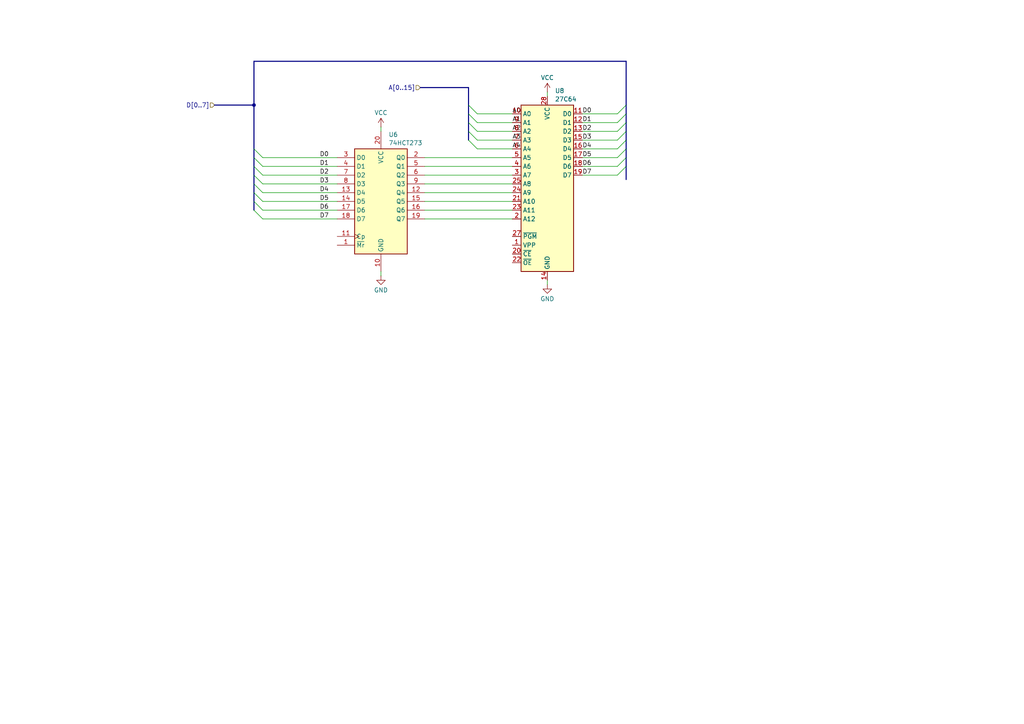
<source format=kicad_sch>
(kicad_sch
	(version 20231120)
	(generator "eeschema")
	(generator_version "8.0")
	(uuid "55a327ac-bdb0-4462-9316-9d92709fbd39")
	(paper "A4")
	(lib_symbols
		(symbol "74xx:74HCT273"
			(exclude_from_sim no)
			(in_bom yes)
			(on_board yes)
			(property "Reference" "U"
				(at -7.62 16.51 0)
				(effects
					(font
						(size 1.27 1.27)
					)
				)
			)
			(property "Value" "74HCT273"
				(at -7.62 -16.51 0)
				(effects
					(font
						(size 1.27 1.27)
					)
				)
			)
			(property "Footprint" ""
				(at 0 0 0)
				(effects
					(font
						(size 1.27 1.27)
					)
					(hide yes)
				)
			)
			(property "Datasheet" "https://assets.nexperia.com/documents/data-sheet/74HC_HCT273.pdf"
				(at 0 0 0)
				(effects
					(font
						(size 1.27 1.27)
					)
					(hide yes)
				)
			)
			(property "Description" "8-bit D Flip-Flop, reset"
				(at 0 0 0)
				(effects
					(font
						(size 1.27 1.27)
					)
					(hide yes)
				)
			)
			(property "ki_keywords" "HCTMOS DFF DFF8"
				(at 0 0 0)
				(effects
					(font
						(size 1.27 1.27)
					)
					(hide yes)
				)
			)
			(property "ki_fp_filters" "DIP?20* SO?20* SOIC?20*"
				(at 0 0 0)
				(effects
					(font
						(size 1.27 1.27)
					)
					(hide yes)
				)
			)
			(symbol "74HCT273_1_0"
				(pin input line
					(at -12.7 -12.7 0)
					(length 5.08)
					(name "~{Mr}"
						(effects
							(font
								(size 1.27 1.27)
							)
						)
					)
					(number "1"
						(effects
							(font
								(size 1.27 1.27)
							)
						)
					)
				)
				(pin power_in line
					(at 0 -20.32 90)
					(length 5.08)
					(name "GND"
						(effects
							(font
								(size 1.27 1.27)
							)
						)
					)
					(number "10"
						(effects
							(font
								(size 1.27 1.27)
							)
						)
					)
				)
				(pin input clock
					(at -12.7 -10.16 0)
					(length 5.08)
					(name "Cp"
						(effects
							(font
								(size 1.27 1.27)
							)
						)
					)
					(number "11"
						(effects
							(font
								(size 1.27 1.27)
							)
						)
					)
				)
				(pin output line
					(at 12.7 2.54 180)
					(length 5.08)
					(name "Q4"
						(effects
							(font
								(size 1.27 1.27)
							)
						)
					)
					(number "12"
						(effects
							(font
								(size 1.27 1.27)
							)
						)
					)
				)
				(pin input line
					(at -12.7 2.54 0)
					(length 5.08)
					(name "D4"
						(effects
							(font
								(size 1.27 1.27)
							)
						)
					)
					(number "13"
						(effects
							(font
								(size 1.27 1.27)
							)
						)
					)
				)
				(pin input line
					(at -12.7 0 0)
					(length 5.08)
					(name "D5"
						(effects
							(font
								(size 1.27 1.27)
							)
						)
					)
					(number "14"
						(effects
							(font
								(size 1.27 1.27)
							)
						)
					)
				)
				(pin output line
					(at 12.7 0 180)
					(length 5.08)
					(name "Q5"
						(effects
							(font
								(size 1.27 1.27)
							)
						)
					)
					(number "15"
						(effects
							(font
								(size 1.27 1.27)
							)
						)
					)
				)
				(pin output line
					(at 12.7 -2.54 180)
					(length 5.08)
					(name "Q6"
						(effects
							(font
								(size 1.27 1.27)
							)
						)
					)
					(number "16"
						(effects
							(font
								(size 1.27 1.27)
							)
						)
					)
				)
				(pin input line
					(at -12.7 -2.54 0)
					(length 5.08)
					(name "D6"
						(effects
							(font
								(size 1.27 1.27)
							)
						)
					)
					(number "17"
						(effects
							(font
								(size 1.27 1.27)
							)
						)
					)
				)
				(pin input line
					(at -12.7 -5.08 0)
					(length 5.08)
					(name "D7"
						(effects
							(font
								(size 1.27 1.27)
							)
						)
					)
					(number "18"
						(effects
							(font
								(size 1.27 1.27)
							)
						)
					)
				)
				(pin output line
					(at 12.7 -5.08 180)
					(length 5.08)
					(name "Q7"
						(effects
							(font
								(size 1.27 1.27)
							)
						)
					)
					(number "19"
						(effects
							(font
								(size 1.27 1.27)
							)
						)
					)
				)
				(pin output line
					(at 12.7 12.7 180)
					(length 5.08)
					(name "Q0"
						(effects
							(font
								(size 1.27 1.27)
							)
						)
					)
					(number "2"
						(effects
							(font
								(size 1.27 1.27)
							)
						)
					)
				)
				(pin power_in line
					(at 0 20.32 270)
					(length 5.08)
					(name "VCC"
						(effects
							(font
								(size 1.27 1.27)
							)
						)
					)
					(number "20"
						(effects
							(font
								(size 1.27 1.27)
							)
						)
					)
				)
				(pin input line
					(at -12.7 12.7 0)
					(length 5.08)
					(name "D0"
						(effects
							(font
								(size 1.27 1.27)
							)
						)
					)
					(number "3"
						(effects
							(font
								(size 1.27 1.27)
							)
						)
					)
				)
				(pin input line
					(at -12.7 10.16 0)
					(length 5.08)
					(name "D1"
						(effects
							(font
								(size 1.27 1.27)
							)
						)
					)
					(number "4"
						(effects
							(font
								(size 1.27 1.27)
							)
						)
					)
				)
				(pin output line
					(at 12.7 10.16 180)
					(length 5.08)
					(name "Q1"
						(effects
							(font
								(size 1.27 1.27)
							)
						)
					)
					(number "5"
						(effects
							(font
								(size 1.27 1.27)
							)
						)
					)
				)
				(pin output line
					(at 12.7 7.62 180)
					(length 5.08)
					(name "Q2"
						(effects
							(font
								(size 1.27 1.27)
							)
						)
					)
					(number "6"
						(effects
							(font
								(size 1.27 1.27)
							)
						)
					)
				)
				(pin input line
					(at -12.7 7.62 0)
					(length 5.08)
					(name "D2"
						(effects
							(font
								(size 1.27 1.27)
							)
						)
					)
					(number "7"
						(effects
							(font
								(size 1.27 1.27)
							)
						)
					)
				)
				(pin input line
					(at -12.7 5.08 0)
					(length 5.08)
					(name "D3"
						(effects
							(font
								(size 1.27 1.27)
							)
						)
					)
					(number "8"
						(effects
							(font
								(size 1.27 1.27)
							)
						)
					)
				)
				(pin output line
					(at 12.7 5.08 180)
					(length 5.08)
					(name "Q3"
						(effects
							(font
								(size 1.27 1.27)
							)
						)
					)
					(number "9"
						(effects
							(font
								(size 1.27 1.27)
							)
						)
					)
				)
			)
			(symbol "74HCT273_1_1"
				(rectangle
					(start -7.62 15.24)
					(end 7.62 -15.24)
					(stroke
						(width 0.254)
						(type default)
					)
					(fill
						(type background)
					)
				)
			)
		)
		(symbol "Memory_EPROM:27C64"
			(exclude_from_sim no)
			(in_bom yes)
			(on_board yes)
			(property "Reference" "U"
				(at -7.62 24.13 0)
				(effects
					(font
						(size 1.27 1.27)
					)
				)
			)
			(property "Value" "27C64"
				(at 2.54 -26.67 0)
				(effects
					(font
						(size 1.27 1.27)
					)
					(justify left)
				)
			)
			(property "Footprint" "Package_DIP:DIP-28_W15.24mm"
				(at 0 0 0)
				(effects
					(font
						(size 1.27 1.27)
					)
					(hide yes)
				)
			)
			(property "Datasheet" "http://ww1.microchip.com/downloads/en/DeviceDoc/11107M.pdf"
				(at 0 0 0)
				(effects
					(font
						(size 1.27 1.27)
					)
					(hide yes)
				)
			)
			(property "Description" "OTP EPROM 64 KiBit, [Obsolete 2004-01]"
				(at 0 0 0)
				(effects
					(font
						(size 1.27 1.27)
					)
					(hide yes)
				)
			)
			(property "ki_keywords" "OTP EPROM 64KiBit"
				(at 0 0 0)
				(effects
					(font
						(size 1.27 1.27)
					)
					(hide yes)
				)
			)
			(property "ki_fp_filters" "DIP*W15.24mm*"
				(at 0 0 0)
				(effects
					(font
						(size 1.27 1.27)
					)
					(hide yes)
				)
			)
			(symbol "27C64_1_1"
				(rectangle
					(start -7.62 22.86)
					(end 7.62 -25.4)
					(stroke
						(width 0.254)
						(type default)
					)
					(fill
						(type background)
					)
				)
				(pin input line
					(at -10.16 -17.78 0)
					(length 2.54)
					(name "VPP"
						(effects
							(font
								(size 1.27 1.27)
							)
						)
					)
					(number "1"
						(effects
							(font
								(size 1.27 1.27)
							)
						)
					)
				)
				(pin input line
					(at -10.16 20.32 0)
					(length 2.54)
					(name "A0"
						(effects
							(font
								(size 1.27 1.27)
							)
						)
					)
					(number "10"
						(effects
							(font
								(size 1.27 1.27)
							)
						)
					)
				)
				(pin tri_state line
					(at 10.16 20.32 180)
					(length 2.54)
					(name "D0"
						(effects
							(font
								(size 1.27 1.27)
							)
						)
					)
					(number "11"
						(effects
							(font
								(size 1.27 1.27)
							)
						)
					)
				)
				(pin tri_state line
					(at 10.16 17.78 180)
					(length 2.54)
					(name "D1"
						(effects
							(font
								(size 1.27 1.27)
							)
						)
					)
					(number "12"
						(effects
							(font
								(size 1.27 1.27)
							)
						)
					)
				)
				(pin tri_state line
					(at 10.16 15.24 180)
					(length 2.54)
					(name "D2"
						(effects
							(font
								(size 1.27 1.27)
							)
						)
					)
					(number "13"
						(effects
							(font
								(size 1.27 1.27)
							)
						)
					)
				)
				(pin power_in line
					(at 0 -27.94 90)
					(length 2.54)
					(name "GND"
						(effects
							(font
								(size 1.27 1.27)
							)
						)
					)
					(number "14"
						(effects
							(font
								(size 1.27 1.27)
							)
						)
					)
				)
				(pin tri_state line
					(at 10.16 12.7 180)
					(length 2.54)
					(name "D3"
						(effects
							(font
								(size 1.27 1.27)
							)
						)
					)
					(number "15"
						(effects
							(font
								(size 1.27 1.27)
							)
						)
					)
				)
				(pin tri_state line
					(at 10.16 10.16 180)
					(length 2.54)
					(name "D4"
						(effects
							(font
								(size 1.27 1.27)
							)
						)
					)
					(number "16"
						(effects
							(font
								(size 1.27 1.27)
							)
						)
					)
				)
				(pin tri_state line
					(at 10.16 7.62 180)
					(length 2.54)
					(name "D5"
						(effects
							(font
								(size 1.27 1.27)
							)
						)
					)
					(number "17"
						(effects
							(font
								(size 1.27 1.27)
							)
						)
					)
				)
				(pin tri_state line
					(at 10.16 5.08 180)
					(length 2.54)
					(name "D6"
						(effects
							(font
								(size 1.27 1.27)
							)
						)
					)
					(number "18"
						(effects
							(font
								(size 1.27 1.27)
							)
						)
					)
				)
				(pin tri_state line
					(at 10.16 2.54 180)
					(length 2.54)
					(name "D7"
						(effects
							(font
								(size 1.27 1.27)
							)
						)
					)
					(number "19"
						(effects
							(font
								(size 1.27 1.27)
							)
						)
					)
				)
				(pin input line
					(at -10.16 -10.16 0)
					(length 2.54)
					(name "A12"
						(effects
							(font
								(size 1.27 1.27)
							)
						)
					)
					(number "2"
						(effects
							(font
								(size 1.27 1.27)
							)
						)
					)
				)
				(pin input line
					(at -10.16 -20.32 0)
					(length 2.54)
					(name "~{CE}"
						(effects
							(font
								(size 1.27 1.27)
							)
						)
					)
					(number "20"
						(effects
							(font
								(size 1.27 1.27)
							)
						)
					)
				)
				(pin input line
					(at -10.16 -5.08 0)
					(length 2.54)
					(name "A10"
						(effects
							(font
								(size 1.27 1.27)
							)
						)
					)
					(number "21"
						(effects
							(font
								(size 1.27 1.27)
							)
						)
					)
				)
				(pin input line
					(at -10.16 -22.86 0)
					(length 2.54)
					(name "~{OE}"
						(effects
							(font
								(size 1.27 1.27)
							)
						)
					)
					(number "22"
						(effects
							(font
								(size 1.27 1.27)
							)
						)
					)
				)
				(pin input line
					(at -10.16 -7.62 0)
					(length 2.54)
					(name "A11"
						(effects
							(font
								(size 1.27 1.27)
							)
						)
					)
					(number "23"
						(effects
							(font
								(size 1.27 1.27)
							)
						)
					)
				)
				(pin input line
					(at -10.16 -2.54 0)
					(length 2.54)
					(name "A9"
						(effects
							(font
								(size 1.27 1.27)
							)
						)
					)
					(number "24"
						(effects
							(font
								(size 1.27 1.27)
							)
						)
					)
				)
				(pin input line
					(at -10.16 0 0)
					(length 2.54)
					(name "A8"
						(effects
							(font
								(size 1.27 1.27)
							)
						)
					)
					(number "25"
						(effects
							(font
								(size 1.27 1.27)
							)
						)
					)
				)
				(pin no_connect line
					(at 7.62 0 180)
					(length 2.54) hide
					(name "NC"
						(effects
							(font
								(size 1.27 1.27)
							)
						)
					)
					(number "26"
						(effects
							(font
								(size 1.27 1.27)
							)
						)
					)
				)
				(pin input line
					(at -10.16 -15.24 0)
					(length 2.54)
					(name "~{PGM}"
						(effects
							(font
								(size 1.27 1.27)
							)
						)
					)
					(number "27"
						(effects
							(font
								(size 1.27 1.27)
							)
						)
					)
				)
				(pin power_in line
					(at 0 25.4 270)
					(length 2.54)
					(name "VCC"
						(effects
							(font
								(size 1.27 1.27)
							)
						)
					)
					(number "28"
						(effects
							(font
								(size 1.27 1.27)
							)
						)
					)
				)
				(pin input line
					(at -10.16 2.54 0)
					(length 2.54)
					(name "A7"
						(effects
							(font
								(size 1.27 1.27)
							)
						)
					)
					(number "3"
						(effects
							(font
								(size 1.27 1.27)
							)
						)
					)
				)
				(pin input line
					(at -10.16 5.08 0)
					(length 2.54)
					(name "A6"
						(effects
							(font
								(size 1.27 1.27)
							)
						)
					)
					(number "4"
						(effects
							(font
								(size 1.27 1.27)
							)
						)
					)
				)
				(pin input line
					(at -10.16 7.62 0)
					(length 2.54)
					(name "A5"
						(effects
							(font
								(size 1.27 1.27)
							)
						)
					)
					(number "5"
						(effects
							(font
								(size 1.27 1.27)
							)
						)
					)
				)
				(pin input line
					(at -10.16 10.16 0)
					(length 2.54)
					(name "A4"
						(effects
							(font
								(size 1.27 1.27)
							)
						)
					)
					(number "6"
						(effects
							(font
								(size 1.27 1.27)
							)
						)
					)
				)
				(pin input line
					(at -10.16 12.7 0)
					(length 2.54)
					(name "A3"
						(effects
							(font
								(size 1.27 1.27)
							)
						)
					)
					(number "7"
						(effects
							(font
								(size 1.27 1.27)
							)
						)
					)
				)
				(pin input line
					(at -10.16 15.24 0)
					(length 2.54)
					(name "A2"
						(effects
							(font
								(size 1.27 1.27)
							)
						)
					)
					(number "8"
						(effects
							(font
								(size 1.27 1.27)
							)
						)
					)
				)
				(pin input line
					(at -10.16 17.78 0)
					(length 2.54)
					(name "A1"
						(effects
							(font
								(size 1.27 1.27)
							)
						)
					)
					(number "9"
						(effects
							(font
								(size 1.27 1.27)
							)
						)
					)
				)
			)
		)
		(symbol "power:GND"
			(power)
			(pin_numbers hide)
			(pin_names
				(offset 0) hide)
			(exclude_from_sim no)
			(in_bom yes)
			(on_board yes)
			(property "Reference" "#PWR"
				(at 0 -6.35 0)
				(effects
					(font
						(size 1.27 1.27)
					)
					(hide yes)
				)
			)
			(property "Value" "GND"
				(at 0 -3.81 0)
				(effects
					(font
						(size 1.27 1.27)
					)
				)
			)
			(property "Footprint" ""
				(at 0 0 0)
				(effects
					(font
						(size 1.27 1.27)
					)
					(hide yes)
				)
			)
			(property "Datasheet" ""
				(at 0 0 0)
				(effects
					(font
						(size 1.27 1.27)
					)
					(hide yes)
				)
			)
			(property "Description" "Power symbol creates a global label with name \"GND\" , ground"
				(at 0 0 0)
				(effects
					(font
						(size 1.27 1.27)
					)
					(hide yes)
				)
			)
			(property "ki_keywords" "global power"
				(at 0 0 0)
				(effects
					(font
						(size 1.27 1.27)
					)
					(hide yes)
				)
			)
			(symbol "GND_0_1"
				(polyline
					(pts
						(xy 0 0) (xy 0 -1.27) (xy 1.27 -1.27) (xy 0 -2.54) (xy -1.27 -1.27) (xy 0 -1.27)
					)
					(stroke
						(width 0)
						(type default)
					)
					(fill
						(type none)
					)
				)
			)
			(symbol "GND_1_1"
				(pin power_in line
					(at 0 0 270)
					(length 0)
					(name "~"
						(effects
							(font
								(size 1.27 1.27)
							)
						)
					)
					(number "1"
						(effects
							(font
								(size 1.27 1.27)
							)
						)
					)
				)
			)
		)
		(symbol "power:VCC"
			(power)
			(pin_numbers hide)
			(pin_names
				(offset 0) hide)
			(exclude_from_sim no)
			(in_bom yes)
			(on_board yes)
			(property "Reference" "#PWR"
				(at 0 -3.81 0)
				(effects
					(font
						(size 1.27 1.27)
					)
					(hide yes)
				)
			)
			(property "Value" "VCC"
				(at 0 3.556 0)
				(effects
					(font
						(size 1.27 1.27)
					)
				)
			)
			(property "Footprint" ""
				(at 0 0 0)
				(effects
					(font
						(size 1.27 1.27)
					)
					(hide yes)
				)
			)
			(property "Datasheet" ""
				(at 0 0 0)
				(effects
					(font
						(size 1.27 1.27)
					)
					(hide yes)
				)
			)
			(property "Description" "Power symbol creates a global label with name \"VCC\""
				(at 0 0 0)
				(effects
					(font
						(size 1.27 1.27)
					)
					(hide yes)
				)
			)
			(property "ki_keywords" "global power"
				(at 0 0 0)
				(effects
					(font
						(size 1.27 1.27)
					)
					(hide yes)
				)
			)
			(symbol "VCC_0_1"
				(polyline
					(pts
						(xy -0.762 1.27) (xy 0 2.54)
					)
					(stroke
						(width 0)
						(type default)
					)
					(fill
						(type none)
					)
				)
				(polyline
					(pts
						(xy 0 0) (xy 0 2.54)
					)
					(stroke
						(width 0)
						(type default)
					)
					(fill
						(type none)
					)
				)
				(polyline
					(pts
						(xy 0 2.54) (xy 0.762 1.27)
					)
					(stroke
						(width 0)
						(type default)
					)
					(fill
						(type none)
					)
				)
			)
			(symbol "VCC_1_1"
				(pin power_in line
					(at 0 0 90)
					(length 0)
					(name "~"
						(effects
							(font
								(size 1.27 1.27)
							)
						)
					)
					(number "1"
						(effects
							(font
								(size 1.27 1.27)
							)
						)
					)
				)
			)
		)
	)
	(junction
		(at 73.66 30.48)
		(diameter 0)
		(color 0 0 0 0)
		(uuid "5dc3b9e2-be59-4425-ab11-72476b45cdbf")
	)
	(bus_entry
		(at 181.61 40.64)
		(size -2.54 2.54)
		(stroke
			(width 0)
			(type default)
		)
		(uuid "1139f042-417a-4295-ac27-32525ee99911")
	)
	(bus_entry
		(at 73.66 45.72)
		(size 2.54 2.54)
		(stroke
			(width 0)
			(type default)
		)
		(uuid "1a037c52-5f2f-43cb-ba2b-73b52bdc0068")
	)
	(bus_entry
		(at 73.66 48.26)
		(size 2.54 2.54)
		(stroke
			(width 0)
			(type default)
		)
		(uuid "3213cfe7-49cb-41bb-88d5-2f7fe840cb10")
	)
	(bus_entry
		(at 73.66 50.8)
		(size 2.54 2.54)
		(stroke
			(width 0)
			(type default)
		)
		(uuid "32553a8c-e7c7-4f89-8b6b-054424ab1d7a")
	)
	(bus_entry
		(at 135.89 40.64)
		(size 2.54 2.54)
		(stroke
			(width 0)
			(type default)
		)
		(uuid "55b2beee-bd00-4702-8d9e-5c455d4145c0")
	)
	(bus_entry
		(at 73.66 60.96)
		(size 2.54 2.54)
		(stroke
			(width 0)
			(type default)
		)
		(uuid "565b919f-aaba-4b32-a297-c4152a974123")
	)
	(bus_entry
		(at 73.66 43.18)
		(size 2.54 2.54)
		(stroke
			(width 0)
			(type default)
		)
		(uuid "5ba68943-ca90-433f-bca4-679731b7e9ee")
	)
	(bus_entry
		(at 73.66 53.34)
		(size 2.54 2.54)
		(stroke
			(width 0)
			(type default)
		)
		(uuid "7acbd756-6476-49d5-99c8-da52d3f5d609")
	)
	(bus_entry
		(at 181.61 30.48)
		(size -2.54 2.54)
		(stroke
			(width 0)
			(type default)
		)
		(uuid "824bf5c2-d00d-4629-9e63-5425b4d55d4a")
	)
	(bus_entry
		(at 181.61 43.18)
		(size -2.54 2.54)
		(stroke
			(width 0)
			(type default)
		)
		(uuid "8ef8d8f9-6fb8-4244-87ea-526a90548d30")
	)
	(bus_entry
		(at 73.66 55.88)
		(size 2.54 2.54)
		(stroke
			(width 0)
			(type default)
		)
		(uuid "904592cc-b10f-4159-a52c-6e4ab6c661d0")
	)
	(bus_entry
		(at 135.89 35.56)
		(size 2.54 2.54)
		(stroke
			(width 0)
			(type default)
		)
		(uuid "90b0f84f-6f82-45f3-b430-c9a72548f7c0")
	)
	(bus_entry
		(at 135.89 30.48)
		(size 2.54 2.54)
		(stroke
			(width 0)
			(type default)
		)
		(uuid "b5692480-5d2b-49c9-bf55-cc59870851a4")
	)
	(bus_entry
		(at 181.61 38.1)
		(size -2.54 2.54)
		(stroke
			(width 0)
			(type default)
		)
		(uuid "c623af46-c6eb-4371-a371-1c1aff9a6ff9")
	)
	(bus_entry
		(at 181.61 33.02)
		(size -2.54 2.54)
		(stroke
			(width 0)
			(type default)
		)
		(uuid "d2f60576-e33d-4788-bfd7-89010b6491c6")
	)
	(bus_entry
		(at 181.61 48.26)
		(size -2.54 2.54)
		(stroke
			(width 0)
			(type default)
		)
		(uuid "d3fabcf0-3b13-4e1c-ab42-086d103311f2")
	)
	(bus_entry
		(at 135.89 38.1)
		(size 2.54 2.54)
		(stroke
			(width 0)
			(type default)
		)
		(uuid "e2bf4131-f3b6-4ad4-9fcd-72c4ae4adaa2")
	)
	(bus_entry
		(at 73.66 58.42)
		(size 2.54 2.54)
		(stroke
			(width 0)
			(type default)
		)
		(uuid "e33db34c-f0fd-47b9-8656-b8e7d3dbb8ee")
	)
	(bus_entry
		(at 181.61 45.72)
		(size -2.54 2.54)
		(stroke
			(width 0)
			(type default)
		)
		(uuid "ee5654d2-5e0f-4bb5-bb94-74c2bad0558d")
	)
	(bus_entry
		(at 135.89 33.02)
		(size 2.54 2.54)
		(stroke
			(width 0)
			(type default)
		)
		(uuid "f3a3d334-bc6d-4bf3-825b-8434bad9d960")
	)
	(bus_entry
		(at 181.61 35.56)
		(size -2.54 2.54)
		(stroke
			(width 0)
			(type default)
		)
		(uuid "fb40b062-a420-4139-8c29-b3a4a29633d8")
	)
	(wire
		(pts
			(xy 123.19 50.8) (xy 148.59 50.8)
		)
		(stroke
			(width 0)
			(type default)
		)
		(uuid "001b235b-db7f-4769-8976-c17722413685")
	)
	(wire
		(pts
			(xy 123.19 58.42) (xy 148.59 58.42)
		)
		(stroke
			(width 0)
			(type default)
		)
		(uuid "0436568b-a316-4e33-bd05-71e19255c689")
	)
	(wire
		(pts
			(xy 76.2 58.42) (xy 97.79 58.42)
		)
		(stroke
			(width 0)
			(type default)
		)
		(uuid "047d5b93-548f-4fe8-ad04-93042a0b520d")
	)
	(bus
		(pts
			(xy 121.92 25.4) (xy 135.89 25.4)
		)
		(stroke
			(width 0)
			(type default)
		)
		(uuid "05281e19-f6d2-4348-be63-97a6b247ac77")
	)
	(wire
		(pts
			(xy 123.19 63.5) (xy 148.59 63.5)
		)
		(stroke
			(width 0)
			(type default)
		)
		(uuid "06f1be66-d667-49a9-8c9a-68b66b6ccb8a")
	)
	(bus
		(pts
			(xy 181.61 35.56) (xy 181.61 33.02)
		)
		(stroke
			(width 0)
			(type default)
		)
		(uuid "0f8a45bf-b306-43e4-8f41-d0bd5c05f99e")
	)
	(bus
		(pts
			(xy 135.89 40.64) (xy 135.89 38.1)
		)
		(stroke
			(width 0)
			(type default)
		)
		(uuid "1b119a81-af68-4e90-aa26-99da7b00e6c3")
	)
	(wire
		(pts
			(xy 158.75 26.67) (xy 158.75 27.94)
		)
		(stroke
			(width 0)
			(type default)
		)
		(uuid "1c3b7145-1070-4a3c-96b3-610033c5ed5e")
	)
	(wire
		(pts
			(xy 110.49 36.83) (xy 110.49 38.1)
		)
		(stroke
			(width 0)
			(type default)
		)
		(uuid "206211f2-76a3-4b11-94f9-f2fea001240a")
	)
	(wire
		(pts
			(xy 76.2 60.96) (xy 97.79 60.96)
		)
		(stroke
			(width 0)
			(type default)
		)
		(uuid "27ecdc30-a8c5-40ed-8139-ab465ffd6cd3")
	)
	(wire
		(pts
			(xy 123.19 55.88) (xy 148.59 55.88)
		)
		(stroke
			(width 0)
			(type default)
		)
		(uuid "2a50fcff-073b-4610-8d88-689219751f56")
	)
	(wire
		(pts
			(xy 158.75 81.28) (xy 158.75 82.55)
		)
		(stroke
			(width 0)
			(type default)
		)
		(uuid "2ffb427e-647c-400e-90b7-4346491fa57d")
	)
	(wire
		(pts
			(xy 76.2 63.5) (xy 97.79 63.5)
		)
		(stroke
			(width 0)
			(type default)
		)
		(uuid "30238e7b-1655-4da0-b3db-dbba45d6a778")
	)
	(wire
		(pts
			(xy 168.91 38.1) (xy 179.07 38.1)
		)
		(stroke
			(width 0)
			(type default)
		)
		(uuid "32ebf18e-abe7-46c7-8dd6-aee2c96ec8fb")
	)
	(wire
		(pts
			(xy 76.2 45.72) (xy 97.79 45.72)
		)
		(stroke
			(width 0)
			(type default)
		)
		(uuid "368b8461-11d4-43fe-9cf2-731cca49081a")
	)
	(bus
		(pts
			(xy 73.66 48.26) (xy 73.66 45.72)
		)
		(stroke
			(width 0)
			(type default)
		)
		(uuid "3b0a1deb-7972-4625-bbc6-c03c5f1c7823")
	)
	(bus
		(pts
			(xy 62.23 30.48) (xy 73.66 30.48)
		)
		(stroke
			(width 0)
			(type default)
		)
		(uuid "3c8f90fd-ee76-4272-8978-9f2825d29c64")
	)
	(wire
		(pts
			(xy 76.2 50.8) (xy 97.79 50.8)
		)
		(stroke
			(width 0)
			(type default)
		)
		(uuid "4cb0e955-6e5e-4df2-bcbc-9b8a33548788")
	)
	(wire
		(pts
			(xy 76.2 53.34) (xy 97.79 53.34)
		)
		(stroke
			(width 0)
			(type default)
		)
		(uuid "592c31f5-1276-4a5e-8c23-c0e90769cee7")
	)
	(wire
		(pts
			(xy 138.43 40.64) (xy 148.59 40.64)
		)
		(stroke
			(width 0)
			(type default)
		)
		(uuid "5d77dbf4-85e2-4009-aab7-ec4a2cc24aa2")
	)
	(bus
		(pts
			(xy 181.61 52.07) (xy 181.61 48.26)
		)
		(stroke
			(width 0)
			(type default)
		)
		(uuid "66452c53-fde9-4b71-9963-ad5445cb6701")
	)
	(wire
		(pts
			(xy 168.91 35.56) (xy 179.07 35.56)
		)
		(stroke
			(width 0)
			(type default)
		)
		(uuid "6b4b9bc2-d489-4cef-9975-0665656a5fd4")
	)
	(bus
		(pts
			(xy 73.66 53.34) (xy 73.66 50.8)
		)
		(stroke
			(width 0)
			(type default)
		)
		(uuid "6bbb7748-a628-4a84-ad4c-2acaeedb39b3")
	)
	(bus
		(pts
			(xy 181.61 40.64) (xy 181.61 38.1)
		)
		(stroke
			(width 0)
			(type default)
		)
		(uuid "748f8ade-6c9a-4c29-b96b-5f105055ad53")
	)
	(bus
		(pts
			(xy 135.89 30.48) (xy 135.89 25.4)
		)
		(stroke
			(width 0)
			(type default)
		)
		(uuid "752c0367-2674-4314-9c79-818721057174")
	)
	(wire
		(pts
			(xy 168.91 33.02) (xy 179.07 33.02)
		)
		(stroke
			(width 0)
			(type default)
		)
		(uuid "89191f23-6bab-4735-9a7a-c78b1a96b1b7")
	)
	(wire
		(pts
			(xy 168.91 43.18) (xy 179.07 43.18)
		)
		(stroke
			(width 0)
			(type default)
		)
		(uuid "8addcf8c-d3b3-45ec-900d-824f0a318b39")
	)
	(bus
		(pts
			(xy 181.61 30.48) (xy 181.61 17.78)
		)
		(stroke
			(width 0)
			(type default)
		)
		(uuid "8c7754af-b839-4143-89a5-37280392edbd")
	)
	(wire
		(pts
			(xy 138.43 43.18) (xy 148.59 43.18)
		)
		(stroke
			(width 0)
			(type default)
		)
		(uuid "8c85b553-02f2-421f-9e5f-9bfffaf374a7")
	)
	(bus
		(pts
			(xy 73.66 17.78) (xy 73.66 30.48)
		)
		(stroke
			(width 0)
			(type default)
		)
		(uuid "8ff01135-eca8-46aa-b1d7-23ca43c2d4de")
	)
	(wire
		(pts
			(xy 138.43 38.1) (xy 148.59 38.1)
		)
		(stroke
			(width 0)
			(type default)
		)
		(uuid "9412f5a9-532a-44ef-8e96-b830f38ef304")
	)
	(bus
		(pts
			(xy 73.66 58.42) (xy 73.66 55.88)
		)
		(stroke
			(width 0)
			(type default)
		)
		(uuid "97a3b9f3-bd3d-41f1-ab65-4b3a40f07a1b")
	)
	(bus
		(pts
			(xy 181.61 17.78) (xy 73.66 17.78)
		)
		(stroke
			(width 0)
			(type default)
		)
		(uuid "a175a7b2-c0bb-4be8-b165-bb53bea092f1")
	)
	(bus
		(pts
			(xy 135.89 35.56) (xy 135.89 33.02)
		)
		(stroke
			(width 0)
			(type default)
		)
		(uuid "a974a3d2-e54d-446e-ba47-a5227b7e2202")
	)
	(bus
		(pts
			(xy 181.61 33.02) (xy 181.61 30.48)
		)
		(stroke
			(width 0)
			(type default)
		)
		(uuid "b5fa38e4-917b-46b8-944b-074aedeb9233")
	)
	(bus
		(pts
			(xy 73.66 45.72) (xy 73.66 43.18)
		)
		(stroke
			(width 0)
			(type default)
		)
		(uuid "b6a6ad6f-ffae-4b5e-9188-815addded225")
	)
	(wire
		(pts
			(xy 138.43 33.02) (xy 148.59 33.02)
		)
		(stroke
			(width 0)
			(type default)
		)
		(uuid "b86926eb-0cbb-4c18-8085-93299bf3d3b3")
	)
	(wire
		(pts
			(xy 123.19 53.34) (xy 148.59 53.34)
		)
		(stroke
			(width 0)
			(type default)
		)
		(uuid "b881eb3e-b5b6-49ce-ada2-a054139965f5")
	)
	(bus
		(pts
			(xy 73.66 60.96) (xy 73.66 58.42)
		)
		(stroke
			(width 0)
			(type default)
		)
		(uuid "b94436ee-d6c7-429a-a13b-8a9a006d2e4b")
	)
	(bus
		(pts
			(xy 181.61 43.18) (xy 181.61 40.64)
		)
		(stroke
			(width 0)
			(type default)
		)
		(uuid "c2690b26-0d66-46b8-9489-45a8f30e27ec")
	)
	(wire
		(pts
			(xy 110.49 78.74) (xy 110.49 80.01)
		)
		(stroke
			(width 0)
			(type default)
		)
		(uuid "d049580c-16fa-46ca-b434-56f23f2d629b")
	)
	(wire
		(pts
			(xy 123.19 48.26) (xy 148.59 48.26)
		)
		(stroke
			(width 0)
			(type default)
		)
		(uuid "d068ae0c-6c5e-4cad-afa5-6992d8e2bf48")
	)
	(wire
		(pts
			(xy 168.91 45.72) (xy 179.07 45.72)
		)
		(stroke
			(width 0)
			(type default)
		)
		(uuid "d182a066-258d-47d8-a3de-3667dc533d19")
	)
	(wire
		(pts
			(xy 168.91 48.26) (xy 179.07 48.26)
		)
		(stroke
			(width 0)
			(type default)
		)
		(uuid "d27831cd-5bea-411f-a684-30078b1abda0")
	)
	(bus
		(pts
			(xy 135.89 38.1) (xy 135.89 35.56)
		)
		(stroke
			(width 0)
			(type default)
		)
		(uuid "d2f3a5ea-304d-4109-adee-6f172347ce92")
	)
	(bus
		(pts
			(xy 73.66 50.8) (xy 73.66 48.26)
		)
		(stroke
			(width 0)
			(type default)
		)
		(uuid "d41926d3-94d3-4bef-b24d-f5cc7da165b3")
	)
	(bus
		(pts
			(xy 135.89 33.02) (xy 135.89 30.48)
		)
		(stroke
			(width 0)
			(type default)
		)
		(uuid "d4740b5e-f586-4de2-9370-8c96cc7e5cb7")
	)
	(wire
		(pts
			(xy 168.91 40.64) (xy 179.07 40.64)
		)
		(stroke
			(width 0)
			(type default)
		)
		(uuid "d6ba1512-2074-4108-b97f-d33a7f0c767e")
	)
	(bus
		(pts
			(xy 181.61 38.1) (xy 181.61 35.56)
		)
		(stroke
			(width 0)
			(type default)
		)
		(uuid "dfe71269-fc55-4373-92ae-72c8b0a7821b")
	)
	(wire
		(pts
			(xy 76.2 55.88) (xy 97.79 55.88)
		)
		(stroke
			(width 0)
			(type default)
		)
		(uuid "e31498be-fde5-44fd-bbb2-7dbe0c0b62ad")
	)
	(bus
		(pts
			(xy 181.61 45.72) (xy 181.61 43.18)
		)
		(stroke
			(width 0)
			(type default)
		)
		(uuid "e3a5a23f-5812-4da3-b0f1-a01888598c9b")
	)
	(wire
		(pts
			(xy 123.19 45.72) (xy 148.59 45.72)
		)
		(stroke
			(width 0)
			(type default)
		)
		(uuid "e43a381b-e2c3-4160-963c-9f2683ce18f8")
	)
	(wire
		(pts
			(xy 76.2 48.26) (xy 97.79 48.26)
		)
		(stroke
			(width 0)
			(type default)
		)
		(uuid "e4419517-9392-4962-9b16-4282eac4482d")
	)
	(wire
		(pts
			(xy 138.43 35.56) (xy 148.59 35.56)
		)
		(stroke
			(width 0)
			(type default)
		)
		(uuid "e53e9e68-5506-4baf-80ea-b5727d2e2d95")
	)
	(wire
		(pts
			(xy 123.19 60.96) (xy 148.59 60.96)
		)
		(stroke
			(width 0)
			(type default)
		)
		(uuid "e82054b9-ae63-4b8a-946b-a0f6e4605d39")
	)
	(bus
		(pts
			(xy 73.66 55.88) (xy 73.66 53.34)
		)
		(stroke
			(width 0)
			(type default)
		)
		(uuid "e9b2e7b7-e2d4-45f7-a20e-6a42b188393c")
	)
	(bus
		(pts
			(xy 73.66 43.18) (xy 73.66 30.48)
		)
		(stroke
			(width 0)
			(type default)
		)
		(uuid "f31e6526-1865-42b6-8588-c52fe859e792")
	)
	(bus
		(pts
			(xy 181.61 48.26) (xy 181.61 45.72)
		)
		(stroke
			(width 0)
			(type default)
		)
		(uuid "f61baddd-ce1d-47c3-9939-28319930fa6c")
	)
	(wire
		(pts
			(xy 168.91 50.8) (xy 179.07 50.8)
		)
		(stroke
			(width 0)
			(type default)
		)
		(uuid "fa384bf9-44b0-419d-99e7-15fe0e3270f0")
	)
	(label "D1"
		(at 92.71 48.26 0)
		(effects
			(font
				(size 1.27 1.27)
			)
			(justify left bottom)
		)
		(uuid "09871be7-8ef1-4440-a001-6d094dc87173")
	)
	(label "A1"
		(at 148.59 35.56 0)
		(effects
			(font
				(size 1.27 1.27)
			)
			(justify left bottom)
		)
		(uuid "0eed1347-694f-4b28-a989-873d231274bf")
	)
	(label "A0"
		(at 148.59 33.02 0)
		(effects
			(font
				(size 1.27 1.27)
			)
			(justify left bottom)
		)
		(uuid "213fce7b-3fce-457f-82ff-02b77307ef55")
	)
	(label "D7"
		(at 92.71 63.5 0)
		(effects
			(font
				(size 1.27 1.27)
			)
			(justify left bottom)
		)
		(uuid "399c5c33-f848-43fd-a561-528e537f12f1")
	)
	(label "D2"
		(at 168.91 38.1 0)
		(fields_autoplaced yes)
		(effects
			(font
				(size 1.27 1.27)
			)
			(justify left bottom)
		)
		(uuid "3b28ae1a-25dd-4c81-9ce9-4ca84797d7d3")
	)
	(label "D6"
		(at 92.71 60.96 0)
		(effects
			(font
				(size 1.27 1.27)
			)
			(justify left bottom)
		)
		(uuid "4c6d19e1-597f-4d8e-8462-98b4c2d3c61c")
	)
	(label "D1"
		(at 168.91 35.56 0)
		(fields_autoplaced yes)
		(effects
			(font
				(size 1.27 1.27)
			)
			(justify left bottom)
		)
		(uuid "5d7a2930-e112-4f3d-b417-ce5cd121f2c0")
	)
	(label "D0"
		(at 168.91 33.02 0)
		(fields_autoplaced yes)
		(effects
			(font
				(size 1.27 1.27)
			)
			(justify left bottom)
		)
		(uuid "5d8b3fad-1fff-4849-8403-fd77276aa43c")
	)
	(label "D4"
		(at 92.71 55.88 0)
		(effects
			(font
				(size 1.27 1.27)
			)
			(justify left bottom)
		)
		(uuid "7a887363-b438-4223-a519-b03df3751fbd")
	)
	(label "D6"
		(at 168.91 48.26 0)
		(effects
			(font
				(size 1.27 1.27)
			)
			(justify left bottom)
		)
		(uuid "80ac72ff-fedf-4067-88ff-8c69af29e72e")
	)
	(label "D0"
		(at 92.71 45.72 0)
		(effects
			(font
				(size 1.27 1.27)
			)
			(justify left bottom)
		)
		(uuid "915c13ca-9f53-4783-ac5c-f07a753c09c5")
	)
	(label "D3"
		(at 168.91 40.64 0)
		(effects
			(font
				(size 1.27 1.27)
			)
			(justify left bottom)
		)
		(uuid "929b3426-fa09-4cb6-8e8e-74ca413acf34")
	)
	(label "D5"
		(at 168.91 45.72 0)
		(effects
			(font
				(size 1.27 1.27)
			)
			(justify left bottom)
		)
		(uuid "bb515312-916f-4033-abe0-b37e7b5b69ed")
	)
	(label "D4"
		(at 168.91 43.18 0)
		(effects
			(font
				(size 1.27 1.27)
			)
			(justify left bottom)
		)
		(uuid "bef2e561-29c5-4f55-ac39-f80b1ed2bd26")
	)
	(label "D7"
		(at 168.91 50.8 0)
		(effects
			(font
				(size 1.27 1.27)
			)
			(justify left bottom)
		)
		(uuid "c701557c-464b-47a4-bb92-8072aecbe719")
	)
	(label "D3"
		(at 92.71 53.34 0)
		(effects
			(font
				(size 1.27 1.27)
			)
			(justify left bottom)
		)
		(uuid "c73979d0-18a8-4fba-ac2a-0ce330ee660a")
	)
	(label "A4"
		(at 148.59 43.18 0)
		(effects
			(font
				(size 1.27 1.27)
			)
			(justify left bottom)
		)
		(uuid "e0bbe905-b806-4298-8e36-1db8459c5aef")
	)
	(label "A2"
		(at 148.59 38.1 0)
		(effects
			(font
				(size 1.27 1.27)
			)
			(justify left bottom)
		)
		(uuid "e53835de-5d45-4776-b4a4-5ae3ae387885")
	)
	(label "D5"
		(at 92.71 58.42 0)
		(effects
			(font
				(size 1.27 1.27)
			)
			(justify left bottom)
		)
		(uuid "f1c149ec-de2f-40ba-9eff-ebb262171869")
	)
	(label "D2"
		(at 92.71 50.8 0)
		(effects
			(font
				(size 1.27 1.27)
			)
			(justify left bottom)
		)
		(uuid "f3b2805f-f20b-4894-9e18-7eab4d542db2")
	)
	(label "A3"
		(at 148.59 40.64 0)
		(effects
			(font
				(size 1.27 1.27)
			)
			(justify left bottom)
		)
		(uuid "fbc89e38-4ca2-4cc1-9ab2-09ad81fda4c0")
	)
	(hierarchical_label "A[0..15]"
		(shape input)
		(at 121.92 25.4 180)
		(fields_autoplaced yes)
		(effects
			(font
				(size 1.27 1.27)
			)
			(justify right)
		)
		(uuid "86cadeed-d55c-4c88-bd97-68aff5e3c912")
	)
	(hierarchical_label "D[0..7]"
		(shape input)
		(at 62.23 30.48 180)
		(fields_autoplaced yes)
		(effects
			(font
				(size 1.27 1.27)
			)
			(justify right)
		)
		(uuid "8a543969-fe3d-4240-9459-47f3788cbbf3")
	)
	(symbol
		(lib_id "power:GND")
		(at 158.75 82.55 0)
		(unit 1)
		(exclude_from_sim no)
		(in_bom yes)
		(on_board yes)
		(dnp no)
		(fields_autoplaced yes)
		(uuid "0cea137e-bd1a-492f-b1e6-e909e2914c14")
		(property "Reference" "#PWR030"
			(at 158.75 88.9 0)
			(effects
				(font
					(size 1.27 1.27)
				)
				(hide yes)
			)
		)
		(property "Value" "GND"
			(at 158.75 86.6831 0)
			(effects
				(font
					(size 1.27 1.27)
				)
			)
		)
		(property "Footprint" ""
			(at 158.75 82.55 0)
			(effects
				(font
					(size 1.27 1.27)
				)
				(hide yes)
			)
		)
		(property "Datasheet" ""
			(at 158.75 82.55 0)
			(effects
				(font
					(size 1.27 1.27)
				)
				(hide yes)
			)
		)
		(property "Description" "Power symbol creates a global label with name \"GND\" , ground"
			(at 158.75 82.55 0)
			(effects
				(font
					(size 1.27 1.27)
				)
				(hide yes)
			)
		)
		(pin "1"
			(uuid "be5412fa-917c-423f-a1c2-1e525c2ece32")
		)
		(instances
			(project "videoexpansioncard-vdc"
				(path "/6967adfa-409d-4aeb-9392-eb7b179a9216/fb0e4ecd-3ba9-4300-903b-d3aae210e465"
					(reference "#PWR030")
					(unit 1)
				)
			)
		)
	)
	(symbol
		(lib_id "power:VCC")
		(at 110.49 36.83 0)
		(unit 1)
		(exclude_from_sim no)
		(in_bom yes)
		(on_board yes)
		(dnp no)
		(fields_autoplaced yes)
		(uuid "298ba29c-adf7-4143-9326-3fc4d5c973d6")
		(property "Reference" "#PWR027"
			(at 110.49 40.64 0)
			(effects
				(font
					(size 1.27 1.27)
				)
				(hide yes)
			)
		)
		(property "Value" "VCC"
			(at 110.49 32.6969 0)
			(effects
				(font
					(size 1.27 1.27)
				)
			)
		)
		(property "Footprint" ""
			(at 110.49 36.83 0)
			(effects
				(font
					(size 1.27 1.27)
				)
				(hide yes)
			)
		)
		(property "Datasheet" ""
			(at 110.49 36.83 0)
			(effects
				(font
					(size 1.27 1.27)
				)
				(hide yes)
			)
		)
		(property "Description" "Power symbol creates a global label with name \"VCC\""
			(at 110.49 36.83 0)
			(effects
				(font
					(size 1.27 1.27)
				)
				(hide yes)
			)
		)
		(pin "1"
			(uuid "8a7c0bd2-bbd2-44b0-afa8-31a79e05a813")
		)
		(instances
			(project "videoexpansioncard-vdc"
				(path "/6967adfa-409d-4aeb-9392-eb7b179a9216/fb0e4ecd-3ba9-4300-903b-d3aae210e465"
					(reference "#PWR027")
					(unit 1)
				)
			)
		)
	)
	(symbol
		(lib_id "power:VCC")
		(at 158.75 26.67 0)
		(unit 1)
		(exclude_from_sim no)
		(in_bom yes)
		(on_board yes)
		(dnp no)
		(fields_autoplaced yes)
		(uuid "6b7ad5a9-6d00-4889-aae3-4008c7dd5ab7")
		(property "Reference" "#PWR028"
			(at 158.75 30.48 0)
			(effects
				(font
					(size 1.27 1.27)
				)
				(hide yes)
			)
		)
		(property "Value" "VCC"
			(at 158.75 22.5369 0)
			(effects
				(font
					(size 1.27 1.27)
				)
			)
		)
		(property "Footprint" ""
			(at 158.75 26.67 0)
			(effects
				(font
					(size 1.27 1.27)
				)
				(hide yes)
			)
		)
		(property "Datasheet" ""
			(at 158.75 26.67 0)
			(effects
				(font
					(size 1.27 1.27)
				)
				(hide yes)
			)
		)
		(property "Description" "Power symbol creates a global label with name \"VCC\""
			(at 158.75 26.67 0)
			(effects
				(font
					(size 1.27 1.27)
				)
				(hide yes)
			)
		)
		(pin "1"
			(uuid "680b1fe8-6c07-4c0a-87f3-7768a12107a1")
		)
		(instances
			(project "videoexpansioncard-vdc"
				(path "/6967adfa-409d-4aeb-9392-eb7b179a9216/fb0e4ecd-3ba9-4300-903b-d3aae210e465"
					(reference "#PWR028")
					(unit 1)
				)
			)
		)
	)
	(symbol
		(lib_id "Memory_EPROM:27C64")
		(at 158.75 53.34 0)
		(unit 1)
		(exclude_from_sim no)
		(in_bom yes)
		(on_board yes)
		(dnp no)
		(fields_autoplaced yes)
		(uuid "a8f3f2ff-f60d-4336-8d9e-5b7e84775f97")
		(property "Reference" "U8"
			(at 160.9441 26.3355 0)
			(effects
				(font
					(size 1.27 1.27)
				)
				(justify left)
			)
		)
		(property "Value" "27C64"
			(at 160.9441 28.7598 0)
			(effects
				(font
					(size 1.27 1.27)
				)
				(justify left)
			)
		)
		(property "Footprint" "Package_DIP:DIP-28_W15.24mm"
			(at 158.75 53.34 0)
			(effects
				(font
					(size 1.27 1.27)
				)
				(hide yes)
			)
		)
		(property "Datasheet" "http://ww1.microchip.com/downloads/en/DeviceDoc/11107M.pdf"
			(at 158.75 53.34 0)
			(effects
				(font
					(size 1.27 1.27)
				)
				(hide yes)
			)
		)
		(property "Description" "OTP EPROM 64 KiBit, [Obsolete 2004-01]"
			(at 158.75 53.34 0)
			(effects
				(font
					(size 1.27 1.27)
				)
				(hide yes)
			)
		)
		(pin "13"
			(uuid "c587cfd3-e3ba-4490-949e-c8e41971ed08")
		)
		(pin "1"
			(uuid "e7070dd4-65fa-4943-af33-8c58668b09cd")
		)
		(pin "17"
			(uuid "fd1337bd-f692-4d5b-a933-7a8ef31bf97e")
		)
		(pin "15"
			(uuid "872353ae-b5e7-4579-ae53-c8eac1568bd1")
		)
		(pin "18"
			(uuid "7b266563-1ec6-40e5-80a0-fb21fe198a3d")
		)
		(pin "10"
			(uuid "ec05101f-b777-45fb-bf02-548d793b8ea9")
		)
		(pin "19"
			(uuid "f04fa5f9-8107-4357-b897-906ff2b708dd")
		)
		(pin "2"
			(uuid "5642a578-bc8c-4d8b-8191-146e4a83a9da")
		)
		(pin "20"
			(uuid "73b42dee-1107-433e-8e78-0bb273b0102b")
		)
		(pin "21"
			(uuid "04f4a03a-d3a3-484b-a94d-70c0a998ab59")
		)
		(pin "22"
			(uuid "9d043818-70b6-4cb2-9800-de6e9d50fa6b")
		)
		(pin "11"
			(uuid "0ce4a1d0-e19a-4329-b8c5-5036abbe2632")
		)
		(pin "12"
			(uuid "cbc3f514-03cd-4636-83fc-0a4b14c6cf7e")
		)
		(pin "14"
			(uuid "fc9b5535-7217-4ee7-8fbe-2fae3c27c2a3")
		)
		(pin "16"
			(uuid "196c9ee4-1168-4332-b330-0cac10e0450d")
		)
		(pin "3"
			(uuid "56b99e0d-d18b-49d8-b9bb-147b45297782")
		)
		(pin "4"
			(uuid "b406a573-9581-463e-8021-54c4adb63e8d")
		)
		(pin "9"
			(uuid "bdf47810-5c93-490a-a4b0-7543de9a6978")
		)
		(pin "23"
			(uuid "80d2252f-353e-404b-9f15-249af5c147b8")
		)
		(pin "5"
			(uuid "a24a4e82-a3ec-44cd-ae22-1dde8c8e0e71")
		)
		(pin "7"
			(uuid "362994d9-4391-49a5-a951-33dd1d028d12")
		)
		(pin "25"
			(uuid "70094d8f-d54c-4973-ad3b-23e2e4eb2feb")
		)
		(pin "27"
			(uuid "ac6924b1-dc86-43c4-a519-742cf8d21551")
		)
		(pin "8"
			(uuid "683283db-3e64-4c36-94a3-f375a3622d79")
		)
		(pin "6"
			(uuid "061ac17f-8855-46b1-8d21-9f4d5521f842")
		)
		(pin "24"
			(uuid "9c49638a-e723-47e6-b68f-53d8e34cc9fe")
		)
		(pin "28"
			(uuid "05fe3ebc-baba-4e5f-a5d0-8a267f15766a")
		)
		(pin "26"
			(uuid "f9913648-32da-45c3-bd68-cae1d8bdf8ff")
		)
		(instances
			(project "videoexpansioncard-vdc"
				(path "/6967adfa-409d-4aeb-9392-eb7b179a9216/fb0e4ecd-3ba9-4300-903b-d3aae210e465"
					(reference "U8")
					(unit 1)
				)
			)
		)
	)
	(symbol
		(lib_id "74xx:74HCT273")
		(at 110.49 58.42 0)
		(unit 1)
		(exclude_from_sim no)
		(in_bom yes)
		(on_board yes)
		(dnp no)
		(fields_autoplaced yes)
		(uuid "c82716af-8e47-4195-ada1-b09b21c9243e")
		(property "Reference" "U6"
			(at 112.6841 39.0355 0)
			(effects
				(font
					(size 1.27 1.27)
				)
				(justify left)
			)
		)
		(property "Value" "74HCT273"
			(at 112.6841 41.4598 0)
			(effects
				(font
					(size 1.27 1.27)
				)
				(justify left)
			)
		)
		(property "Footprint" "Package_DIP:DIP-20_W7.62mm_Socket"
			(at 110.49 58.42 0)
			(effects
				(font
					(size 1.27 1.27)
				)
				(hide yes)
			)
		)
		(property "Datasheet" "https://assets.nexperia.com/documents/data-sheet/74HC_HCT273.pdf"
			(at 110.49 58.42 0)
			(effects
				(font
					(size 1.27 1.27)
				)
				(hide yes)
			)
		)
		(property "Description" "8-bit D Flip-Flop, reset"
			(at 110.49 58.42 0)
			(effects
				(font
					(size 1.27 1.27)
				)
				(hide yes)
			)
		)
		(pin "10"
			(uuid "3a6ec469-9cc6-469e-94b0-5f6ff2a98cae")
		)
		(pin "5"
			(uuid "ac0a69ec-9654-405a-98f8-ddf2c3979d4b")
		)
		(pin "1"
			(uuid "07cc28fd-7d8b-49bc-905d-1b4cf24cbbfe")
		)
		(pin "12"
			(uuid "81c48008-ec13-4865-bebe-fe41342ec13e")
		)
		(pin "11"
			(uuid "0e126467-1c3c-4492-8f55-6b8c420bbe24")
		)
		(pin "2"
			(uuid "828cbd50-78e5-4520-bfdd-8684f3cddd52")
		)
		(pin "9"
			(uuid "04160e0c-dc05-42c1-9acc-ba7320fd9d60")
		)
		(pin "3"
			(uuid "c803a05b-4d5b-426e-bd40-e5d190caf2eb")
		)
		(pin "15"
			(uuid "541af2cf-bc06-4f8d-ba1e-220812528a62")
		)
		(pin "7"
			(uuid "be397f2a-0a02-4a2b-a4ef-bfcda697eb7d")
		)
		(pin "14"
			(uuid "2317dd02-f09c-42f0-b860-12f515696aeb")
		)
		(pin "18"
			(uuid "59c014f0-44bb-4800-ae51-368e04d0874e")
		)
		(pin "19"
			(uuid "67c136ee-bda6-4ac6-967e-00fbeddf9e79")
		)
		(pin "4"
			(uuid "2800545a-7572-49ee-a88f-adf56050a70f")
		)
		(pin "6"
			(uuid "b3f90f4d-ad82-4a92-9736-c13dbe69d612")
		)
		(pin "16"
			(uuid "521fa0f6-d1ef-4acd-928e-dc0ad3096b2b")
		)
		(pin "20"
			(uuid "e8c206e6-37e8-4fc6-a649-6565e5ff3d0d")
		)
		(pin "8"
			(uuid "2ae46f46-949b-4574-8f62-f755a5d0a2d5")
		)
		(pin "17"
			(uuid "8fa05e02-4c5b-4dc4-9ff8-2ed719596aff")
		)
		(pin "13"
			(uuid "3eb7a890-aa10-4413-aeed-950806ed1ff4")
		)
		(instances
			(project "videoexpansioncard-vdc"
				(path "/6967adfa-409d-4aeb-9392-eb7b179a9216/fb0e4ecd-3ba9-4300-903b-d3aae210e465"
					(reference "U6")
					(unit 1)
				)
			)
		)
	)
	(symbol
		(lib_id "power:GND")
		(at 110.49 80.01 0)
		(unit 1)
		(exclude_from_sim no)
		(in_bom yes)
		(on_board yes)
		(dnp no)
		(fields_autoplaced yes)
		(uuid "d8775440-fac7-4dfb-a0fb-865cb3c3c288")
		(property "Reference" "#PWR029"
			(at 110.49 86.36 0)
			(effects
				(font
					(size 1.27 1.27)
				)
				(hide yes)
			)
		)
		(property "Value" "GND"
			(at 110.49 84.1431 0)
			(effects
				(font
					(size 1.27 1.27)
				)
			)
		)
		(property "Footprint" ""
			(at 110.49 80.01 0)
			(effects
				(font
					(size 1.27 1.27)
				)
				(hide yes)
			)
		)
		(property "Datasheet" ""
			(at 110.49 80.01 0)
			(effects
				(font
					(size 1.27 1.27)
				)
				(hide yes)
			)
		)
		(property "Description" "Power symbol creates a global label with name \"GND\" , ground"
			(at 110.49 80.01 0)
			(effects
				(font
					(size 1.27 1.27)
				)
				(hide yes)
			)
		)
		(pin "1"
			(uuid "0c916352-b46a-4bdb-8d36-a577c76d24bd")
		)
		(instances
			(project "videoexpansioncard-vdc"
				(path "/6967adfa-409d-4aeb-9392-eb7b179a9216/fb0e4ecd-3ba9-4300-903b-d3aae210e465"
					(reference "#PWR029")
					(unit 1)
				)
			)
		)
	)
)
</source>
